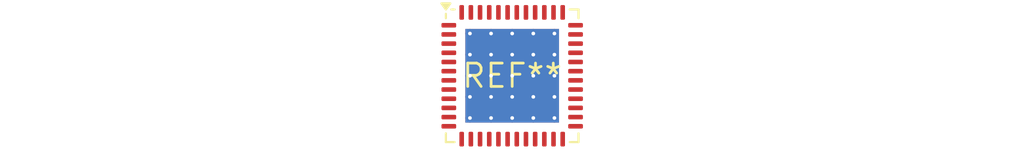
<source format=kicad_pcb>
(kicad_pcb (version 20240108) (generator pcbnew)
  (layers (0 "F.Cu" signal) (31 "B.Cu" signal) (34 "B.Paste" user) (35 "F.Paste" user) (36 "B.SilkS" user "B.Silkscreen") (37 "F.SilkS" user "F.Silkscreen") (38 "B.Mask" user) (39 "F.Mask" user) (44 "Edge.Cuts" user))
  (net 0 "")
  (footprint "QFN-48-1EP_7x7mm_P0.5mm_EP5.1x5.1mm_ThermalVias" (layer "F.Cu") (at 0 0)
    (property "Reference" "REF**")
    (property "Value" "QFN-48-1EP_7x7mm_P0.5mm_EP5.1x5.1mm_ThermalVias")
    (fp_line (start -3.61 -3.135) (end -3.61 -3.37) (layer "F.SilkS") (stroke (width 0.12)))
    (fp_line (start -3.61 3.61) (end -3.61 3.135) (layer "F.SilkS") (stroke (width 0.12)))
    (fp_line (start -3.135 -3.61) (end -3.31 -3.61) (layer "F.SilkS") (stroke (width 0.12)))
    (fp_line (start -3.135 3.61) (end -3.61 3.61) (layer "F.SilkS") (stroke (width 0.12)))
    (fp_line (start 3.135 -3.61) (end 3.61 -3.61) (layer "F.SilkS") (stroke (width 0.12)))
    (fp_line (start 3.135 3.61) (end 3.61 3.61) (layer "F.SilkS") (stroke (width 0.12)))
    (fp_line (start 3.61 -3.61) (end 3.61 -3.135) (layer "F.SilkS") (stroke (width 0.12)))
    (fp_line (start 3.61 3.61) (end 3.61 3.135) (layer "F.SilkS") (stroke (width 0.12)))
    (fp_poly (pts (xy -3.61 -3.61) (xy -3.85 -3.94) (xy -3.37 -3.94) (xy -3.61 -3.61)) (layer "F.SilkS") (stroke (width 0.12)) (fill solid))
    (pad "1" smd roundrect (at -3.45 -2.75) (size 0.8 0.25) (layers "F.Cu" "F.Paste" "F.Mask"))
    (pad "2" smd roundrect (at -3.45 -2.25) (size 0.8 0.25) (layers "F.Cu" "F.Paste" "F.Mask"))
    (pad "3" smd roundrect (at -3.45 -1.75) (size 0.8 0.25) (layers "F.Cu" "F.Paste" "F.Mask"))
    (pad "4" smd roundrect (at -3.45 -1.25) (size 0.8 0.25) (layers "F.Cu" "F.Paste" "F.Mask"))
    (pad "5" smd roundrect (at -3.45 -0.75) (size 0.8 0.25) (layers "F.Cu" "F.Paste" "F.Mask"))
    (pad "6" smd roundrect (at -3.45 -0.25) (size 0.8 0.25) (layers "F.Cu" "F.Paste" "F.Mask"))
    (pad "7" smd roundrect (at -3.45 0.25) (size 0.8 0.25) (layers "F.Cu" "F.Paste" "F.Mask"))
    (pad "8" smd roundrect (at -3.45 0.75) (size 0.8 0.25) (layers "F.Cu" "F.Paste" "F.Mask"))
    (pad "9" smd roundrect (at -3.45 1.25) (size 0.8 0.25) (layers "F.Cu" "F.Paste" "F.Mask"))
    (pad "10" smd roundrect (at -3.45 1.75) (size 0.8 0.25) (layers "F.Cu" "F.Paste" "F.Mask"))
    (pad "11" smd roundrect (at -3.45 2.25) (size 0.8 0.25) (layers "F.Cu" "F.Paste" "F.Mask"))
    (pad "12" smd roundrect (at -3.45 2.75) (size 0.8 0.25) (layers "F.Cu" "F.Paste" "F.Mask"))
    (pad "13" smd roundrect (at -2.75 3.45) (size 0.25 0.8) (layers "F.Cu" "F.Paste" "F.Mask"))
    (pad "14" smd roundrect (at -2.25 3.45) (size 0.25 0.8) (layers "F.Cu" "F.Paste" "F.Mask"))
    (pad "15" smd roundrect (at -1.75 3.45) (size 0.25 0.8) (layers "F.Cu" "F.Paste" "F.Mask"))
    (pad "16" smd roundrect (at -1.25 3.45) (size 0.25 0.8) (layers "F.Cu" "F.Paste" "F.Mask"))
    (pad "17" smd roundrect (at -0.75 3.45) (size 0.25 0.8) (layers "F.Cu" "F.Paste" "F.Mask"))
    (pad "18" smd roundrect (at -0.25 3.45) (size 0.25 0.8) (layers "F.Cu" "F.Paste" "F.Mask"))
    (pad "19" smd roundrect (at 0.25 3.45) (size 0.25 0.8) (layers "F.Cu" "F.Paste" "F.Mask"))
    (pad "20" smd roundrect (at 0.75 3.45) (size 0.25 0.8) (layers "F.Cu" "F.Paste" "F.Mask"))
    (pad "21" smd roundrect (at 1.25 3.45) (size 0.25 0.8) (layers "F.Cu" "F.Paste" "F.Mask"))
    (pad "22" smd roundrect (at 1.75 3.45) (size 0.25 0.8) (layers "F.Cu" "F.Paste" "F.Mask"))
    (pad "23" smd roundrect (at 2.25 3.45) (size 0.25 0.8) (layers "F.Cu" "F.Paste" "F.Mask"))
    (pad "24" smd roundrect (at 2.75 3.45) (size 0.25 0.8) (layers "F.Cu" "F.Paste" "F.Mask"))
    (pad "25" smd roundrect (at 3.45 2.75) (size 0.8 0.25) (layers "F.Cu" "F.Paste" "F.Mask"))
    (pad "26" smd roundrect (at 3.45 2.25) (size 0.8 0.25) (layers "F.Cu" "F.Paste" "F.Mask"))
    (pad "27" smd roundrect (at 3.45 1.75) (size 0.8 0.25) (layers "F.Cu" "F.Paste" "F.Mask"))
    (pad "28" smd roundrect (at 3.45 1.25) (size 0.8 0.25) (layers "F.Cu" "F.Paste" "F.Mask"))
    (pad "29" smd roundrect (at 3.45 0.75) (size 0.8 0.25) (layers "F.Cu" "F.Paste" "F.Mask"))
    (pad "30" smd roundrect (at 3.45 0.25) (size 0.8 0.25) (layers "F.Cu" "F.Paste" "F.Mask"))
    (pad "31" smd roundrect (at 3.45 -0.25) (size 0.8 0.25) (layers "F.Cu" "F.Paste" "F.Mask"))
    (pad "32" smd roundrect (at 3.45 -0.75) (size 0.8 0.25) (layers "F.Cu" "F.Paste" "F.Mask"))
    (pad "33" smd roundrect (at 3.45 -1.25) (size 0.8 0.25) (layers "F.Cu" "F.Paste" "F.Mask"))
    (pad "34" smd roundrect (at 3.45 -1.75) (size 0.8 0.25) (layers "F.Cu" "F.Paste" "F.Mask"))
    (pad "35" smd roundrect (at 3.45 -2.25) (size 0.8 0.25) (layers "F.Cu" "F.Paste" "F.Mask"))
    (pad "36" smd roundrect (at 3.45 -2.75) (size 0.8 0.25) (layers "F.Cu" "F.Paste" "F.Mask"))
    (pad "37" smd roundrect (at 2.75 -3.45) (size 0.25 0.8) (layers "F.Cu" "F.Paste" "F.Mask"))
    (pad "38" smd roundrect (at 2.25 -3.45) (size 0.25 0.8) (layers "F.Cu" "F.Paste" "F.Mask"))
    (pad "39" smd roundrect (at 1.75 -3.45) (size 0.25 0.8) (layers "F.Cu" "F.Paste" "F.Mask"))
    (pad "40" smd roundrect (at 1.25 -3.45) (size 0.25 0.8) (layers "F.Cu" "F.Paste" "F.Mask"))
    (pad "41" smd roundrect (at 0.75 -3.45) (size 0.25 0.8) (layers "F.Cu" "F.Paste" "F.Mask"))
    (pad "42" smd roundrect (at 0.25 -3.45) (size 0.25 0.8) (layers "F.Cu" "F.Paste" "F.Mask"))
    (pad "43" smd roundrect (at -0.25 -3.45) (size 0.25 0.8) (layers "F.Cu" "F.Paste" "F.Mask"))
    (pad "44" smd roundrect (at -0.75 -3.45) (size 0.25 0.8) (layers "F.Cu" "F.Paste" "F.Mask"))
    (pad "45" smd roundrect (at -1.25 -3.45) (size 0.25 0.8) (layers "F.Cu" "F.Paste" "F.Mask"))
    (pad "46" smd roundrect (at -1.75 -3.45) (size 0.25 0.8) (layers "F.Cu" "F.Paste" "F.Mask"))
    (pad "47" smd roundrect (at -2.25 -3.45) (size 0.25 0.8) (layers "F.Cu" "F.Paste" "F.Mask"))
    (pad "48" smd roundrect (at -2.75 -3.45) (size 0.25 0.8) (layers "F.Cu" "F.Paste" "F.Mask"))
    (pad "49" thru_hole circle (at -2.3 -2.3) (size 0.5 0.5) (drill 0.2) (property pad_prop_heatsink) (layers *.Cu) (remove_unused_layers))
    (pad "49" thru_hole circle (at -2.3 -1.15) (size 0.5 0.5) (drill 0.2) (property pad_prop_heatsink) (layers *.Cu) (remove_unused_layers))
    (pad "49" thru_hole circle (at -2.3 0) (size 0.5 0.5) (drill 0.2) (property pad_prop_heatsink) (layers *.Cu) (remove_unused_layers))
    (pad "49" thru_hole circle (at -2.3 1.15) (size 0.5 0.5) (drill 0.2) (property pad_prop_heatsink) (layers *.Cu) (remove_unused_layers))
    (pad "49" thru_hole circle (at -2.3 2.3) (size 0.5 0.5) (drill 0.2) (property pad_prop_heatsink) (layers *.Cu) (remove_unused_layers))
    (pad "49" thru_hole circle (at -1.15 -2.3) (size 0.5 0.5) (drill 0.2) (property pad_prop_heatsink) (layers *.Cu) (remove_unused_layers))
    (pad "49" thru_hole circle (at -1.15 -1.15) (size 0.5 0.5) (drill 0.2) (property pad_prop_heatsink) (layers *.Cu) (remove_unused_layers))
    (pad "49" thru_hole circle (at -1.15 0) (size 0.5 0.5) (drill 0.2) (property pad_prop_heatsink) (layers *.Cu) (remove_unused_layers))
    (pad "49" thru_hole circle (at -1.15 1.15) (size 0.5 0.5) (drill 0.2) (property pad_prop_heatsink) (layers *.Cu) (remove_unused_layers))
    (pad "49" thru_hole circle (at -1.15 2.3) (size 0.5 0.5) (drill 0.2) (property pad_prop_heatsink) (layers *.Cu) (remove_unused_layers))
    (pad "49" thru_hole circle (at 0 -2.3) (size 0.5 0.5) (drill 0.2) (property pad_prop_heatsink) (layers *.Cu) (remove_unused_layers))
    (pad "49" thru_hole circle (at 0 -1.15) (size 0.5 0.5) (drill 0.2) (property pad_prop_heatsink) (layers *.Cu) (remove_unused_layers))
    (pad "49" thru_hole circle (at 0 0) (size 0.5 0.5) (drill 0.2) (property pad_prop_heatsink) (layers *.Cu) (remove_unused_layers))
    (pad "49" smd rect (at 0 0) (size 5.1 5.1) (property pad_prop_heatsink) (layers "F.Cu" "F.Mask"))
    (pad "49" smd rect (at 0 0) (size 5.1 5.1) (property pad_prop_heatsink) (layers "B.Cu"))
    (pad "49" thru_hole circle (at 0 1.15) (size 0.5 0.5) (drill 0.2) (property pad_prop_heatsink) (layers *.Cu) (remove_unused_layers))
    (pad "49" thru_hole circle (at 0 2.3) (size 0.5 0.5) (drill 0.2) (property pad_prop_heatsink) (layers *.Cu) (remove_unused_layers))
    (pad "49" thru_hole circle (at 1.15 -2.3) (size 0.5 0.5) (drill 0.2) (property pad_prop_heatsink) (layers *.Cu) (remove_unused_layers))
    (pad "49" thru_hole circle (at 1.15 -1.15) (size 0.5 0.5) (drill 0.2) (property pad_prop_heatsink) (layers *.Cu) (remove_unused_layers))
    (pad "49" thru_hole circle (at 1.15 0) (size 0.5 0.5) (drill 0.2) (property pad_prop_heatsink) (layers *.Cu) (remove_unused_layers))
    (pad "49" thru_hole circle (at 1.15 1.15) (size 0.5 0.5) (drill 0.2) (property pad_prop_heatsink) (layers *.Cu) (remove_unused_layers))
    (pad "49" thru_hole circle (at 1.15 2.3) (size 0.5 0.5) (drill 0.2) (property pad_prop_heatsink) (layers *.Cu) (remove_unused_layers))
    (pad "49" thru_hole circle (at 2.3 -2.3) (size 0.5 0.5) (drill 0.2) (property pad_prop_heatsink) (layers *.Cu) (remove_unused_layers))
    (pad "49" thru_hole circle (at 2.3 -1.15) (size 0.5 0.5) (drill 0.2) (property pad_prop_heatsink) (layers *.Cu) (remove_unused_layers))
    (pad "49" thru_hole circle (at 2.3 0) (size 0.5 0.5) (drill 0.2) (property pad_prop_heatsink) (layers *.Cu) (remove_unused_layers))
    (pad "49" thru_hole circle (at 2.3 1.15) (size 0.5 0.5) (drill 0.2) (property pad_prop_heatsink) (layers *.Cu) (remove_unused_layers))
    (pad "49" thru_hole circle (at 2.3 2.3) (size 0.5 0.5) (drill 0.2) (property pad_prop_heatsink) (layers *.Cu) (remove_unused_layers))
  )
)
</source>
